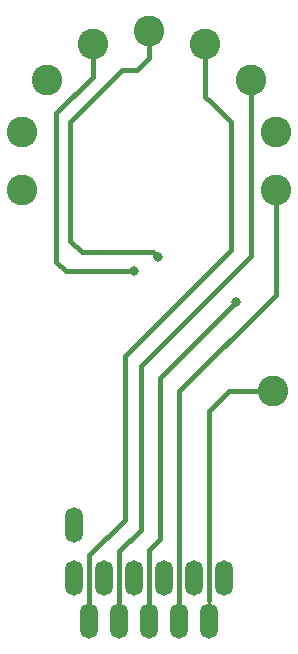
<source format=gbr>
G04 #@! TF.GenerationSoftware,KiCad,Pcbnew,(5.1.4)-1*
G04 #@! TF.CreationDate,2022-04-04T21:48:15-04:00*
G04 #@! TF.ProjectId,CR23 adapter,43523233-2061-4646-9170-7465722e6b69,rev?*
G04 #@! TF.SameCoordinates,Original*
G04 #@! TF.FileFunction,Copper,L2,Bot*
G04 #@! TF.FilePolarity,Positive*
%FSLAX46Y46*%
G04 Gerber Fmt 4.6, Leading zero omitted, Abs format (unit mm)*
G04 Created by KiCad (PCBNEW (5.1.4)-1) date 2022-04-04 21:48:15*
%MOMM*%
%LPD*%
G04 APERTURE LIST*
%ADD10O,1.500000X3.000000*%
%ADD11C,2.600000*%
%ADD12C,0.800000*%
%ADD13C,0.400000*%
%ADD14C,0.250000*%
G04 APERTURE END LIST*
D10*
X70165800Y-75190200D03*
X67625800Y-75190200D03*
X65085800Y-75190200D03*
X62545800Y-75190200D03*
X60005800Y-75190200D03*
D11*
X65054800Y-25265800D03*
X60284800Y-26355800D03*
X56454800Y-29405800D03*
X54334800Y-33815800D03*
X54334800Y-38715800D03*
X69824800Y-26355800D03*
X73654800Y-29405800D03*
X75774800Y-33815800D03*
X75774800Y-38715800D03*
X75554800Y-55765800D03*
D10*
X71435800Y-71583400D03*
X68895800Y-71583400D03*
X66355800Y-71583400D03*
X63815800Y-71583400D03*
X61275800Y-71583400D03*
X58735800Y-71583400D03*
X58723200Y-67049600D03*
D12*
X72400000Y-48200000D03*
X65800000Y-44400000D03*
X63800000Y-45600000D03*
D13*
X71834200Y-55765800D02*
X75554800Y-55765800D01*
X70165800Y-57434200D02*
X71834200Y-55765800D01*
X70165800Y-73440200D02*
X70165800Y-57434200D01*
D14*
X70165800Y-75190200D02*
X70165800Y-73440200D01*
D13*
X75774800Y-47625200D02*
X75774800Y-38715800D01*
X67625800Y-55774200D02*
X75774800Y-47625200D01*
X67625800Y-75190200D02*
X67625800Y-55774200D01*
X65085800Y-75190200D02*
X65085800Y-69189200D01*
X65085800Y-69189200D02*
X66000000Y-68275000D01*
X66000000Y-54600000D02*
X72400000Y-48200000D01*
X66000000Y-68275000D02*
X66000000Y-54600000D01*
X73654800Y-44345200D02*
X73654800Y-29405800D01*
X64400000Y-53600000D02*
X73654800Y-44345200D01*
X62545800Y-75190200D02*
X62545800Y-69329200D01*
X62545800Y-69329200D02*
X64400000Y-67475000D01*
X64400000Y-67475000D02*
X64400000Y-53600000D01*
X60005800Y-75190200D02*
X60005800Y-69669200D01*
X60005800Y-69669200D02*
X63000000Y-66675000D01*
X69824800Y-30824800D02*
X69824800Y-26355800D01*
X70200000Y-31200000D02*
X69824800Y-30824800D01*
X72000000Y-43800000D02*
X71800000Y-44000000D01*
X72000000Y-33000000D02*
X72000000Y-43800000D01*
X63000000Y-52800000D02*
X71800000Y-44000000D01*
X72000000Y-33000000D02*
X70200000Y-31200000D01*
X63000000Y-66675000D02*
X63000000Y-52800000D01*
X65800000Y-44400000D02*
X65400000Y-44000000D01*
X65400000Y-44000000D02*
X59400000Y-44000000D01*
X59400000Y-44000000D02*
X58400000Y-43000000D01*
X58400000Y-43000000D02*
X58400000Y-33000000D01*
X58400000Y-33000000D02*
X62800000Y-28600000D01*
X62800000Y-28600000D02*
X64000000Y-28600000D01*
X65054800Y-27545200D02*
X65054800Y-25265800D01*
X64000000Y-28600000D02*
X65054800Y-27545200D01*
X60284800Y-29115200D02*
X60284800Y-26355800D01*
X57200000Y-32200000D02*
X60284800Y-29115200D01*
X57200000Y-44800000D02*
X57200000Y-32200000D01*
X63800000Y-45600000D02*
X58000000Y-45600000D01*
X58000000Y-45600000D02*
X57200000Y-44800000D01*
M02*

</source>
